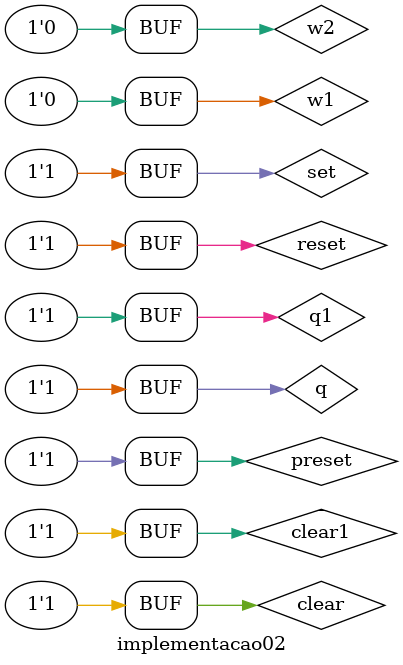
<source format=v>

module implementacao02;
	reg set,reset,clear,clear1,preset;
	wire w1,w2,		q,q1;
	
	nand NAND1 (w1,set,clear);
	nand NAND2 (w2,reset,clear);
	nand NAND3 (q,preset,w1,q1);
	nand NAND4 (q1,clear1,w2,q);
	
initial begin:start
end
	
//---------------------
//---PARTE PRINCIPAL---
//---------------------

initial begin:main
	$display ("Guia 10		Implementação 04");
	$display ("Implementar um latch SR com portas NAND, PRESET e CLEAR.\n");
	$display ("Aluno: Tiago Menegaz de Melo Garcia		Matrícula:405844\n");
	$display ("Relatório de Testes");
	#2 set = 0; reset = 0; clear = 0; clear1 = 0; preset = 0;
	$monitor ("Set [%b] Reset [%b] Clear[%b]		C'[%b] Preset[%b]	 	Q[%b] Q'[%b]", set,reset,clear,clear1,preset,q,q1 );

	#2 set = 0; reset = 0; clear = 0; clear1 = 0; preset = 0;
	#2 set = 0; reset = 0; clear = 0; clear1 = 0; preset = 1;
	#2 set = 0; reset = 0; clear = 0; clear1 = 1; preset = 0;
	#2 set = 0; reset = 0; clear = 0; clear1 = 1; preset = 1;
	#2 set = 0; reset = 0; clear = 1; clear1 = 0; preset = 0;
	#2 set = 0; reset = 0; clear = 1; clear1 = 0; preset = 1;
	#2 set = 0; reset = 0; clear = 1; clear1 = 1; preset = 0;
	#2 set = 0; reset = 0; clear = 1; clear1 = 1; preset = 1;
	#2 set = 0; reset = 1; clear = 0; clear1 = 0; preset = 0;
	#2 set = 0; reset = 1; clear = 0; clear1 = 0; preset = 1;
	#2 set = 0; reset = 1; clear = 0; clear1 = 1; preset = 0;
	#2 set = 0; reset = 1; clear = 0; clear1 = 1; preset = 1;
	#2 set = 0; reset = 1; clear = 1; clear1 = 0; preset = 0;
	#2 set = 0; reset = 1; clear = 1; clear1 = 0; preset = 1;
	#2 set = 0; reset = 1; clear = 1; clear1 = 1; preset = 0;
	#2 set = 0; reset = 1; clear = 1; clear1 = 1; preset = 1;
	#2 set = 0; reset = 0; clear = 0; clear1 = 0; preset = 0;
	#2 set = 0; reset = 0; clear = 0; clear1 = 0; preset = 1;
	#2 set = 0; reset = 0; clear = 0; clear1 = 1; preset = 0;
	#2 set = 0; reset = 0; clear = 0; clear1 = 1; preset = 1;
	#2 set = 0; reset = 0; clear = 1; clear1 = 0; preset = 0;
	#2 set = 0; reset = 0; clear = 1; clear1 = 0; preset = 1;
	#2 set = 0; reset = 0; clear = 1; clear1 = 1; preset = 0;
	#2 set = 0; reset = 0; clear = 1; clear1 = 1; preset = 1;
	#2 set = 0; reset = 1; clear = 0; clear1 = 0; preset = 0;
	#2 set = 0; reset = 1; clear = 0; clear1 = 0; preset = 1;
	#2 set = 0; reset = 1; clear = 0; clear1 = 1; preset = 0;
	#2 set = 0; reset = 1; clear = 0; clear1 = 1; preset = 1;
	#2 set = 0; reset = 1; clear = 1; clear1 = 0; preset = 0;
	#2 set = 0; reset = 1; clear = 1; clear1 = 0; preset = 1;
	#2 set = 0; reset = 1; clear = 1; clear1 = 1; preset = 0;	
	#2 set = 0; reset = 1; clear = 1; clear1 = 1; preset = 1;
	#2 set = 1; reset = 0; clear = 0; clear1 = 0; preset = 0;
	#2 set = 1; reset = 0; clear = 0; clear1 = 0; preset = 1;
	#2 set = 1; reset = 0; clear = 0; clear1 = 1; preset = 0;
	#2 set = 1; reset = 0; clear = 0; clear1 = 1; preset = 1;
	#2 set = 1; reset = 0; clear = 1; clear1 = 0; preset = 0;
	#2 set = 1; reset = 0; clear = 1; clear1 = 0; preset = 1;
	#2 set = 1; reset = 0; clear = 1; clear1 = 1; preset = 0;
	#2 set = 1; reset = 0; clear = 1; clear1 = 1; preset = 1;
	#2 set = 1; reset = 1; clear = 0; clear1 = 0; preset = 0;
	#2 set = 1; reset = 1; clear = 0; clear1 = 0; preset = 1;
	#2 set = 1; reset = 1; clear = 0; clear1 = 1; preset = 0;
	#2 set = 1; reset = 1; clear = 0; clear1 = 1; preset = 1;
	#2 set = 1; reset = 1; clear = 1; clear1 = 0; preset = 0;
	#2 set = 1; reset = 1; clear = 1; clear1 = 0; preset = 1;
	#2 set = 1; reset = 1; clear = 1; clear1 = 1; preset = 0;
	#2 set = 1; reset = 1; clear = 1; clear1 = 1; preset = 1;
	#2 set = 1; reset = 0; clear = 0; clear1 = 0; preset = 0;
	#2 set = 1; reset = 0; clear = 0; clear1 = 0; preset = 1;
	#2 set = 1; reset = 0; clear = 0; clear1 = 1; preset = 0;
	#2 set = 1; reset = 0; clear = 0; clear1 = 1; preset = 1;
	#2 set = 1; reset = 0; clear = 1; clear1 = 0; preset = 0;
	#2 set = 1; reset = 0; clear = 1; clear1 = 0; preset = 1;
	#2 set = 1; reset = 0; clear = 1; clear1 = 1; preset = 0;
	#2 set = 1; reset = 0; clear = 1; clear1 = 1; preset = 1;
	#2 set = 1; reset = 1; clear = 0; clear1 = 0; preset = 0;
	#2 set = 1; reset = 1; clear = 0; clear1 = 0; preset = 1;
	#2 set = 1; reset = 1; clear = 0; clear1 = 1; preset = 0;
	#2 set = 1; reset = 1; clear = 0; clear1 = 1; preset = 1;
	#2 set = 1; reset = 1; clear = 1; clear1 = 0; preset = 0;
	#2 set = 1; reset = 1; clear = 1; clear1 = 0; preset = 1;
	#2 set = 1; reset = 1; clear = 1; clear1 = 1; preset = 0;	
	#2 set = 1; reset = 1; clear = 1; clear1 = 1; preset = 1;

	
end//end parte principal
endmodule

/*
Relatório de Testes

    Set [0] Reset [0] Clear[0]		C'[0] Preset[0]	 	Q[1] Q'[1]
    Set [0] Reset [0] Clear[0]		C'[0] Preset[1]	 	Q[0] Q'[1]
    Set [0] Reset [0] Clear[0]		C'[1] Preset[0]	 	Q[1] Q'[0]
    Set [0] Reset [0] Clear[0]		C'[1] Preset[1]	 	Q[1] Q'[0]
    Set [0] Reset [0] Clear[1]		C'[0] Preset[0]	 	Q[1] Q'[1]
    Set [0] Reset [0] Clear[1]		C'[0] Preset[1]	 	Q[0] Q'[1]
    Set [0] Reset [0] Clear[1]		C'[1] Preset[0]	 	Q[1] Q'[0]
    Set [0] Reset [0] Clear[1]		C'[1] Preset[1]	 	Q[1] Q'[0]
    Set [0] Reset [1] Clear[0]		C'[0] Preset[0]	 	Q[1] Q'[1]
    Set [0] Reset [1] Clear[0]		C'[0] Preset[1]	 	Q[0] Q'[1]
    Set [0] Reset [1] Clear[0]		C'[1] Preset[0]	 	Q[1] Q'[0]
    Set [0] Reset [1] Clear[0]		C'[1] Preset[1]	 	Q[1] Q'[0]
    Set [0] Reset [1] Clear[1]		C'[0] Preset[0]	 	Q[1] Q'[1]
    Set [0] Reset [1] Clear[1]		C'[0] Preset[1]	 	Q[0] Q'[1]
    Set [0] Reset [1] Clear[1]		C'[1] Preset[0]	 	Q[1] Q'[1]
    Set [0] Reset [1] Clear[1]		C'[1] Preset[1]	 	Q[0] Q'[1]
    Set [0] Reset [0] Clear[0]		C'[0] Preset[0]	 	Q[1] Q'[1]
    Set [0] Reset [0] Clear[0]		C'[0] Preset[1]	 	Q[0] Q'[1]
    Set [0] Reset [0] Clear[0]		C'[1] Preset[0]	 	Q[1] Q'[0]
    Set [0] Reset [0] Clear[0]		C'[1] Preset[1]	 	Q[1] Q'[0]
    Set [0] Reset [0] Clear[1]		C'[0] Preset[0]	 	Q[1] Q'[1]
    Set [0] Reset [0] Clear[1]		C'[0] Preset[1]	 	Q[0] Q'[1]
    Set [0] Reset [0] Clear[1]		C'[1] Preset[0]	 	Q[1] Q'[0]
    Set [0] Reset [0] Clear[1]		C'[1] Preset[1]	 	Q[1] Q'[0]
    Set [0] Reset [1] Clear[0]		C'[0] Preset[0]	 	Q[1] Q'[1]
    Set [0] Reset [1] Clear[0]		C'[0] Preset[1]	 	Q[0] Q'[1]
    Set [0] Reset [1] Clear[0]		C'[1] Preset[0]	 	Q[1] Q'[0]
    Set [0] Reset [1] Clear[0]		C'[1] Preset[1]	 	Q[1] Q'[0]
    Set [0] Reset [1] Clear[1]		C'[0] Preset[0]	 	Q[1] Q'[1]
    Set [0] Reset [1] Clear[1]		C'[0] Preset[1]	 	Q[0] Q'[1]
    Set [0] Reset [1] Clear[1]		C'[1] Preset[0]	 	Q[1] Q'[1]
    Set [0] Reset [1] Clear[1]		C'[1] Preset[1]	 	Q[0] Q'[1]
    Set [1] Reset [0] Clear[0]		C'[0] Preset[0]	 	Q[1] Q'[1]
    Set [1] Reset [0] Clear[0]		C'[0] Preset[1]	 	Q[0] Q'[1]
    Set [1] Reset [0] Clear[0]		C'[1] Preset[0]	 	Q[1] Q'[0]
    Set [1] Reset [0] Clear[0]		C'[1] Preset[1]	 	Q[1] Q'[0]
    Set [1] Reset [0] Clear[1]		C'[0] Preset[0]	 	Q[1] Q'[1]
    Set [1] Reset [0] Clear[1]		C'[0] Preset[1]	 	Q[1] Q'[1]
    Set [1] Reset [0] Clear[1]		C'[1] Preset[0]	 	Q[1] Q'[0]
    Set [1] Reset [0] Clear[1]		C'[1] Preset[1]	 	Q[1] Q'[0]
    Set [1] Reset [1] Clear[0]		C'[0] Preset[0]	 	Q[1] Q'[1]
    Set [1] Reset [1] Clear[0]		C'[0] Preset[1]	 	Q[0] Q'[1]
    Set [1] Reset [1] Clear[0]		C'[1] Preset[0]	 	Q[1] Q'[0]
    Set [1] Reset [1] Clear[0]		C'[1] Preset[1]	 	Q[1] Q'[0]
    Set [1] Reset [1] Clear[1]		C'[0] Preset[0]	 	Q[1] Q'[1]
    Set [1] Reset [1] Clear[1]		C'[0] Preset[1]	 	Q[1] Q'[1]
    Set [1] Reset [1] Clear[1]		C'[1] Preset[0]	 	Q[1] Q'[1]
    Set [1] Reset [1] Clear[1]		C'[1] Preset[1]	 	Q[1] Q'[1]
    Set [1] Reset [0] Clear[0]		C'[0] Preset[0]	 	Q[1] Q'[1]
    Set [1] Reset [0] Clear[0]		C'[0] Preset[1]	 	Q[0] Q'[1]
    Set [1] Reset [0] Clear[0]		C'[1] Preset[0]	 	Q[1] Q'[0]
    Set [1] Reset [0] Clear[0]		C'[1] Preset[1]	 	Q[1] Q'[0]
    Set [1] Reset [0] Clear[1]		C'[0] Preset[0]	 	Q[1] Q'[1]
    Set [1] Reset [0] Clear[1]		C'[0] Preset[1]	 	Q[1] Q'[1]
    Set [1] Reset [0] Clear[1]		C'[1] Preset[0]	 	Q[1] Q'[0]
    Set [1] Reset [0] Clear[1]		C'[1] Preset[1]	 	Q[1] Q'[0]
    Set [1] Reset [1] Clear[0]		C'[0] Preset[0]	 	Q[1] Q'[1]
    Set [1] Reset [1] Clear[0]		C'[0] Preset[1]	 	Q[0] Q'[1]
    Set [1] Reset [1] Clear[0]		C'[1] Preset[0]	 	Q[1] Q'[0]
    Set [1] Reset [1] Clear[0]		C'[1] Preset[1]	 	Q[1] Q'[0]
    Set [1] Reset [1] Clear[1]		C'[0] Preset[0]	 	Q[1] Q'[1]
    Set [1] Reset [1] Clear[1]		C'[0] Preset[1]	 	Q[1] Q'[1]
    Set [1] Reset [1] Clear[1]		C'[1] Preset[0]	 	Q[1] Q'[1]
    Set [1] Reset [1] Clear[1]		C'[1] Preset[1]	 	Q[1] Q'[1]
*/
</source>
